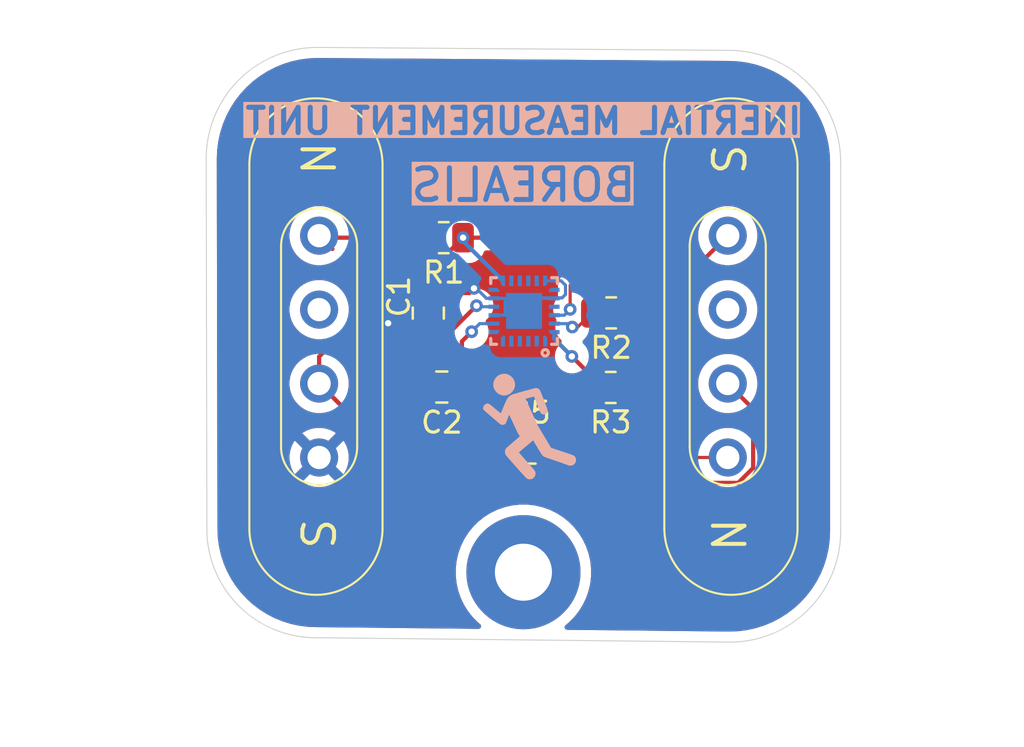
<source format=kicad_pcb>
(kicad_pcb (version 20241229) (generator "pcbnew") (generator_version "9.0")
  (layers (0 "F.Cu" signal) (2 "B.Cu" signal) (13 "F.Paste" user) (15 "B.Paste" user) (5 "F.SilkS" user "F.Silkscreen") (7 "B.SilkS" user "B.Silkscreen") (1 "F.Mask" user) (3 "B.Mask" user) (25 "Edge.Cuts" user))
  (net 0 "")
  (net 1 "+3.3V")
  (net 2 "/SDA")
  (net 3 "GND")
  (net 4 "/SCL")
  (net 5 "/ADC")
  (net 6 "+5V")
  (net 7 "/ID")
  (net 19 "Net-(MPU6500-REGOUT)")
  (footprint "Resistor_SMD:R_0805_2012Metric" (layer "F.Cu") (at 89.86 55.15 180)
    (property "Reference" "R1" (at 0 -1.65 0) (layer "F.SilkS"))
    (property "Value" "R")
    (fp_line (start -0.227064 0.735) (end 0.227064 0.735) (stroke (width 0.12)) (layer "F.SilkS"))
    (fp_line (start -0.227064 -0.735) (end 0.227064 -0.735) (stroke (width 0.12)) (layer "F.SilkS"))
    (pad "1" smd roundrect (at -0.9125 0 180) (size 1.025 1.4) (layers "F.Cu" "F.Mask" "F.Paste") (roundrect_rratio 0.243902) (net 1 "+3.3V"))
    (pad "2" smd roundrect (at 0.9125 0 180) (size 1.025 1.4) (layers "F.Cu" "F.Mask" "F.Paste") (roundrect_rratio 0.243902) (net 7 "/ID"))
  )
  (footprint "Resistor_SMD:R_0805_2012Metric" (layer "F.Cu") (at 97.76 62.24 180)
    (property "Reference" "R3" (at 0 -1.65 0) (layer "F.SilkS"))
    (property "Value" "4.7k")
    (fp_line (start -0.227064 0.735) (end 0.227064 0.735) (stroke (width 0.12)) (layer "F.SilkS"))
    (fp_line (start -0.227064 -0.735) (end 0.227064 -0.735) (stroke (width 0.12)) (layer "F.SilkS"))
    (pad "1" smd roundrect (at -0.9125 0 180) (size 1.025 1.4) (layers "F.Cu" "F.Mask" "F.Paste") (roundrect_rratio 0.243902) (net 1 "+3.3V"))
    (pad "2" smd roundrect (at 0.9125 0 180) (size 1.025 1.4) (layers "F.Cu" "F.Mask" "F.Paste") (roundrect_rratio 0.243902) (net 2 "/SDA"))
  )
  (footprint "Capacitor_SMD:C_0805_2012Metric" (layer "F.Cu") (at 93.94 65.11)
    (property "Reference" "C5" (at 0 -1.68 0) (layer "F.SilkS"))
    (property "Value" "0.1uf")
    (fp_line (start -0.261252 -0.735) (end 0.261252 -0.735) (stroke (width 0.12)) (layer "F.SilkS"))
    (fp_line (start -0.261252 0.735) (end 0.261252 0.735) (stroke (width 0.12)) (layer "F.SilkS"))
    (pad "1" smd roundrect (at -0.95 0) (size 1 1.45) (layers "F.Cu" "F.Mask" "F.Paste") (net 3 "GND"))
    (pad "2" smd roundrect (at 0.95 0) (size 1 1.45) (layers "F.Cu" "F.Mask" "F.Paste") (net 1 "+3.3V"))
  )
  (footprint "batteryholder:MAGNETIC POGO CONN." (layer "F.Cu") (at 103.29476 60.30476 -90)
    (property "Reference" "U1" (hide yes))
    (property "Value" "MAGNETIC POGO CONN." (hide yes))
    (fp_line (start -8.6 3) (end 8.6 3) (stroke (width 0.1)) (layer "F.SilkS"))
    (fp_line (start -4.75 1.8) (end 4.75 1.8) (stroke (width 0.1)) (layer "F.SilkS"))
    (fp_line (start -4.75 -1.8) (end 4.75 -1.8) (stroke (width 0.1)) (layer "F.SilkS"))
    (fp_line (start -8.6 -3.3) (end 8.6 -3.3) (stroke (width 0.1)) (layer "F.SilkS"))
    (fp_arc (start -8.6 3) (mid -11.75 -0.15) (end -8.6 -3.3) (stroke (width 0.1)) (layer "F.SilkS"))
    (fp_arc (start -4.75 1.8) (mid -6.55 0) (end -4.75 -1.8) (stroke (width 0.1)) (layer "F.SilkS"))
    (fp_arc (start 4.75 -1.8) (mid 6.55 0) (end 4.75 1.8) (stroke (width 0.1)) (layer "F.SilkS"))
    (fp_arc (start 8.6 -3.3) (mid 11.75 -0.15) (end 8.6 3) (stroke (width 0.1)) (layer "F.SilkS"))
    (fp_text user "S" (at -9.7 0.9 270) (layer "F.SilkS") (effects (font (size 1.5 1.5) (thickness 0.1875)) (justify left bottom)))
    (fp_text user "N" (at 8 0.9 270) (layer "F.SilkS") (effects (font (size 1.5 1.5) (thickness 0.1875)) (justify left bottom)))
    (pad "1" thru_hole circle (at -5.25 0 270) (size 1.8 1.8) (drill 1.1) (layers "*.Cu" "*.Mask") (net 1 "+3.3V"))
    (pad "2" thru_hole circle (at -1.75 0 270) (size 1.8 1.8) (drill 1.1) (layers "*.Cu" "*.Mask") (net 5 "/ADC"))
    (pad "3" thru_hole circle (at 1.75 0 270) (size 1.8 1.8) (drill 1.1) (layers "*.Cu" "*.Mask") (net 2 "/SDA"))
    (pad "4" thru_hole circle (at 5.25 0 270) (size 1.8 1.8) (drill 1.1) (layers "*.Cu" "*.Mask") (net 4 "/SCL"))
  )
  (footprint "Capacitor_SMD:C_0805_2012Metric" (layer "F.Cu") (at 89.13 58.72 90)
    (property "Reference" "C1" (at 0.78 -1.39 90) (layer "F.SilkS"))
    (property "Value" "0.1uF")
    (fp_line (start -0.261252 -0.735) (end 0.261252 -0.735) (stroke (width 0.12)) (layer "F.SilkS"))
    (fp_line (start -0.261252 0.735) (end 0.261252 0.735) (stroke (width 0.12)) (layer "F.SilkS"))
    (pad "1" smd roundrect (at -0.95 0 90) (size 1 1.45) (layers "F.Cu" "F.Mask" "F.Paste") (net 19 "Net-(MPU6500-REGOUT)"))
    (pad "2" smd roundrect (at 0.95 0 90) (size 1 1.45) (layers "F.Cu" "F.Mask" "F.Paste") (net 3 "GND"))
  )
  (footprint "MountingHole:MountingHole_2.7mm_M2.5_Pad" (layer "F.Cu") (at 93.62976 70.98476)
    (property "Reference" "H1" (hide yes))
    (property "Value" "MountingHole" (hide yes))
    (pad "1" thru_hole circle (at 0 0) (size 5.4 5.4) (drill 2.7) (layers "*.Cu" "*.Mask"))
  )
  (footprint "batteryholder:MAGNETIC POGO CONN." (layer "F.Cu") (at 83.96476 60.30476 90)
    (property "Reference" "U2" (hide yes))
    (property "Value" "MAGNETIC POGO CONN." (hide yes))
    (fp_line (start -8.6 -3.3) (end 8.6 -3.3) (stroke (width 0.1)) (layer "F.SilkS"))
    (fp_line (start -4.75 -1.8) (end 4.75 -1.8) (stroke (width 0.1)) (layer "F.SilkS"))
    (fp_line (start -4.75 1.8) (end 4.75 1.8) (stroke (width 0.1)) (layer "F.SilkS"))
    (fp_line (start -8.6 3) (end 8.6 3) (stroke (width 0.1)) (layer "F.SilkS"))
    (fp_arc (start 8.6 -3.3) (mid 11.75 -0.15) (end 8.6 3) (stroke (width 0.1)) (layer "F.SilkS"))
    (fp_arc (start 4.75 -1.8) (mid 6.55 0) (end 4.75 1.8) (stroke (width 0.1)) (layer "F.SilkS"))
    (fp_arc (start -4.75 1.8) (mid -6.55 0) (end -4.75 -1.8) (stroke (width 0.1)) (layer "F.SilkS"))
    (fp_arc (start -8.6 3) (mid -11.75 -0.15) (end -8.6 -3.3) (stroke (width 0.1)) (layer "F.SilkS"))
    (fp_text user "S" (at -9.7 0.9 90) (layer "F.SilkS") (effects (font (size 1.5 1.5) (thickness 0.1875)) (justify left bottom)))
    (fp_text user "N" (at 8 0.9 90) (layer "F.SilkS") (effects (font (size 1.5 1.5) (thickness 0.1875)) (justify left bottom)))
    (pad "1" thru_hole circle (at -5.25 0 90) (size 1.8 1.8) (drill 1.1) (layers "*.Cu" "*.Mask") (net 3 "GND"))
    (pad "2" thru_hole circle (at -1.75 0 90) (size 1.8 1.8) (drill 1.1) (layers "*.Cu" "*.Mask") (net 1 "+3.3V"))
    (pad "3" thru_hole circle (at 1.75 0 90) (size 1.8 1.8) (drill 1.1) (layers "*.Cu" "*.Mask") (net 6 "+5V"))
    (pad "4" thru_hole circle (at 5.25 0 90) (size 1.8 1.8) (drill 1.1) (layers "*.Cu" "*.Mask") (net 7 "/ID"))
  )
  (footprint "Capacitor_SMD:C_0805_2012Metric" (layer "F.Cu") (at 89.77 62.22 180)
    (property "Reference" "C2" (at 0 -1.68 0) (layer "F.SilkS"))
    (property "Value" "10nF")
    (fp_line (start -0.261252 0.735) (end 0.261252 0.735) (stroke (width 0.12)) (layer "F.SilkS"))
    (fp_line (start -0.261252 -0.735) (end 0.261252 -0.735) (stroke (width 0.12)) (layer "F.SilkS"))
    (pad "1" smd roundrect (at -0.95 0 180) (size 1 1.45) (layers "F.Cu" "F.Mask" "F.Paste") (net 1 "+3.3V"))
    (pad "2" smd roundrect (at 0.95 0 180) (size 1 1.45) (layers "F.Cu" "F.Mask" "F.Paste") (net 3 "GND"))
  )
  (footprint "Resistor_SMD:R_0805_2012Metric" (layer "F.Cu") (at 97.78 58.71 180)
    (property "Reference" "R2" (at 0 -1.65 0) (layer "F.SilkS"))
    (property "Value" "4.7k")
    (fp_line (start -0.227064 0.735) (end 0.227064 0.735) (stroke (width 0.12)) (layer "F.SilkS"))
    (fp_line (start -0.227064 -0.735) (end 0.227064 -0.735) (stroke (width 0.12)) (layer "F.SilkS"))
    (pad "1" smd roundrect (at -0.9125 0 180) (size 1.025 1.4) (layers "F.Cu" "F.Mask" "F.Paste") (roundrect_rratio 0.243902) (net 1 "+3.3V"))
    (pad "2" smd roundrect (at 0.9125 0 180) (size 1.025 1.4) (layers "F.Cu" "F.Mask" "F.Paste") (roundrect_rratio 0.243902) (net 4 "/SCL"))
  )
  (footprint "LOGO" (layer "B.Cu") (at 93.92 64.09 180)
    (property "Reference" "G***" (hide yes))
    (property "Value" "LOGO" (hide yes))
    (fp_poly (pts (xy 1.294252 2.491719) (xy 1.385657 2.465274) (xy 1.469603 2.423342) (xy 1.54432 2.367677) (xy 1.608043 2.30003) (xy 1.659004 2.222156) (xy 1.695435 2.135807) (xy 1.71557 2.042736) (xy 1.719095 1.983154) (xy 1.710001 1.889485) (xy 1.684009 1.8014) (xy 1.643055 1.720409) (xy 1.589074 1.648017) (xy 1.524004 1.585733) (xy 1.44978 1.535065) (xy 1.368337 1.49752) (xy 1.281612 1.474605) (xy 1.19154 1.467828) (xy 1.100058 1.478697) (xy 1.07821 1.484071) (xy 0.986431 1.518291) (xy 0.904214 1.567349) (xy 0.832965 1.629135) (xy 0.774092 1.701537) (xy 0.729001 1.782445) (xy 0.699099 1.869749) (xy 0.685793 1.961338) (xy 0.690488 2.0551) (xy 0.691871 2.063749) (xy 0.716853 2.156388) (xy 0.757976 2.241777) (xy 0.813137 2.318099) (xy 0.880234 2.383533) (xy 0.957165 2.436261) (xy 1.041827 2.474464) (xy 1.132117 2.496322) (xy 1.197154 2.500923)) (fill yes) (layer "B.SilkS"))
    (fp_poly (pts (xy -0.288278 1.824206) (xy -0.256861 1.816947) (xy -0.211153 1.805589) (xy -0.153407 1.79075) (xy -0.085876 1.773043) (xy -0.010814 1.753086) (xy 0.069526 1.731492) (xy 0.152891 1.708879) (xy 0.237028 1.68586) (xy 0.319683 1.663053) (xy 0.398603 1.641073) (xy 0.471536 1.620534) (xy 0.536226 1.602053) (xy 0.590423 1.586246) (xy 0.631871 1.573727) (xy 0.658319 1.565113) (xy 0.666487 1.561853) (xy 0.685491 1.55499) (xy 0.715494 1.54732) (xy 0.734871 1.543348) (xy 0.797151 1.525251) (xy 0.863157 1.495063) (xy 0.925449 1.456724) (xy 0.974053 1.416691) (xy 1.005797 1.382246) (xy 1.036872 1.34127) (xy 1.068266 1.291902) (xy 1.100965 1.232281) (xy 1.135957 1.160547) (xy 1.174227 1.074838) (xy 1.216765 0.973294) (xy 1.240974 0.913423) (xy 1.268692 0.844544) (xy 1.294337 0.781475) (xy 1.316951 0.726523) (xy 1.335575 0.681993) (xy 1.34925 0.650192) (xy 1.357018 0.633426) (xy 1.358174 0.631525) (xy 1.367151 0.635644) (xy 1.389293 0.651067) (xy 1.422877 0.676443) (xy 1.466183 0.710421) (xy 1.517486 0.751651) (xy 1.575066 0.798782) (xy 1.634611 0.848294) (xy 1.710851 0.911996) (xy 1.773965 0.964087) (xy 1.825717 1.005606) (xy 1.867872 1.037592) (xy 1.902193 1.061084) (xy 1.930445 1.077122) (xy 1.954393 1.086744) (xy 1.9758 1.090991) (xy 1.996431 1.0909) (xy 2.01805 1.087511) (xy 2.034456 1.083796) (xy 2.082792 1.063446) (xy 2.125358 1.02925) (xy 2.160012 0.985141) (xy 2.184608 0.93505) (xy 2.197004 0.882911) (xy 2.195055 0.832654) (xy 2.186253 0.805355) (xy 2.176998 0.794788) (xy 2.15448 0.773099) (xy 2.120385 0.741747) (xy 2.076403 0.702188) (xy 2.024221 0.655878) (xy 1.965528 0.604275) (xy 1.902012 0.548835) (xy 1.835362 0.491016) (xy 1.767264 0.432273) (xy 1.699407 0.374063) (xy 1.63348 0.317844) (xy 1.571171 0.265072) (xy 1.514168 0.217204) (xy 1.464158 0.175696) (xy 1.42283 0.142006) (xy 1.391873 0.11759) (xy 1.37468 0.10502) (xy 1.325133 0.082986) (xy 1.270579 0.077015) (xy 1.216176 0.086484) (xy 1.167085 0.110774) (xy 1.141466 0.133124) (xy 1.127366 0.154653) (xy 1.108225 0.193806) (xy 1.084535 0.249469) (xy 1.056788 0.320526) (xy 1.045149 0.351693) (xy 1.023725 0.409174) (xy 1.004253 0.460431) (xy 0.987843 0.502623) (xy 0.975604 0.532908) (xy 0.968647 0.548444) (xy 0.967818 0.549742) (xy 0.962301 0.542934) (xy 0.949647 0.520247) (xy 0.9308 0.48359) (xy 0.906703 0.434871) (xy 0.8783 0.376) (xy 0.846534 0.308887) (xy 0.81235 0.23544) (xy 0.810874 0.232242) (xy 0.755171 0.111694) (xy 0.706882 0.007639) (xy 0.665361 -0.081229) (xy 0.62996 -0.156215) (xy 0.600034 -0.218626) (xy 0.574936 -0.269767) (xy 0.554019 -0.310944) (xy 0.536638 -0.343463) (xy 0.522146 -0.368629) (xy 0.509896 -0.387747) (xy 0.499243 -0.402125) (xy 0.493489 -0.408862) (xy 0.474044 -0.432005) (xy 0.461598 -0.449926) (xy 0.459153 -0.456013) (xy 0.466356 -0.464118) (xy 0.486923 -0.483454) (xy 0.519291 -0.512644) (xy 0.561899 -0.550313) (xy 0.613185 -0.595082) (xy 0.671585 -0.645574) (xy 0.735539 -0.700415) (xy 0.764442 -0.725062) (xy 0.831517 -0.782293) (xy 0.894782 -0.836516) (xy 0.952494 -0.886221) (xy 1.00291 -0.929894) (xy 1.044286 -0.966023) (xy 1.074878 -0.993097) (xy 1.092943 -1.009602) (xy 1.096072 -1.012695) (xy 1.132864 -1.064867) (xy 1.156222 -1.127133) (xy 1.165408 -1.194732) (xy 1.159681 -1.262904) (xy 1.143218 -1.316173) (xy 1.135457 -1.330071) (xy 1.120918 -1.35092) (xy 1.09892 -1.379518) (xy 1.068783 -1.416667) (xy 1.029825 -1.463168) (xy 0.981366 -1.51982) (xy 0.922725 -1.587424) (xy 0.85322 -1.666781) (xy 0.772172 -1.758691) (xy 0.678899 -1.863955) (xy 0.641621 -1.905922) (xy 0.547412 -2.011791) (xy 0.465198 -2.103882) (xy 0.394109 -2.183123) (xy 0.333278 -2.250445) (xy 0.281838 -2.306776) (xy 0.238922 -2.353048) (xy 0.20366 -2.390189) (xy 0.175186 -2.419129) (xy 0.152632 -2.440798) (xy 0.13513 -2.456125) (xy 0.121813 -2.46604) (xy 0.115236 -2.469897) (xy 0.058625 -2.489661) (xy -0.005869 -2.497598) (xy -0.070148 -2.493128) (xy -0.101452 -2.485499) (xy -0.149742 -2.461629) (xy -0.196425 -2.423771) (xy -0.23635 -2.377151) (xy -0.264368 -2.326994) (xy -0.268392 -2.316097) (xy -0.280992 -2.253733) (xy -0.279921 -2.189188) (xy -0.265707 -2.129152) (xy -0.251237 -2.098331) (xy -0.240244 -2.083318) (xy -0.217485 -2.055221) (xy -0.184226 -2.015512) (xy -0.141734 -1.965663) (xy -0.091277 -1.907145) (xy -0.034121 -1.841431) (xy 0.028467 -1.769992) (xy 0.095219 -1.6943) (xy 0.141298 -1.642328) (xy 0.208912 -1.565956) (xy 0.272235 -1.493905) (xy 0.330136 -1.427496) (xy 0.381487 -1.368049) (xy 0.42516 -1.316883) (xy 0.460026 -1.275318) (xy 0.484956 -1.244676) (xy 0.498822 -1.226275) (xy 0.501282 -1.221303) (xy 0.469158 -1.193475) (xy 0.427516 -1.157744) (xy 0.378138 -1.11561) (xy 0.322805 -1.068572) (xy 0.263298 -1.018133) (xy 0.2014 -0.965792) (xy 0.13889 -0.913049) (xy 0.077551 -0.861405) (xy 0.019164 -0.812359) (xy -0.03449 -0.767413) (xy -0.081628 -0.728067) (xy -0.120471 -0.695821) (xy -0.149236 -0.672175) (xy -0.166142 -0.65863) (xy -0.169967 -0.655962) (xy -0.17539 -0.664851) (xy -0.189689 -0.688681) (xy -0.211756 -0.725597) (xy -0.240484 -0.773743) (xy -0.274766 -0.831265) (xy -0.313496 -0.896306) (xy -0.355566 -0.967012) (xy -0.361461 -0.976923) (xy -0.405167 -1.050071) (xy -0.446912 -1.119293) (xy -0.48538 -1.182452) (xy -0.519253 -1.23741) (xy -0.547214 -1.282033) (xy -0.567945 -1.314183) (xy -0.580131 -1.331723) (xy -0.580431 -1.332102) (xy -0.595487 -1.351195) (xy -0.60856 -1.367536) (xy -0.621192 -1.381819) (xy -0.634925 -1.39474) (xy -0.651301 -1.406993) (xy -0.671862 -1.419273) (xy -0.698151 -1.432275) (xy -0.73171 -1.446693) (xy -0.774081 -1.463224) (xy -0.826806 -1.482561) (xy -0.891428 -1.505399) (xy -0.969488 -1.532434) (xy -1.062529 -1.564359) (xy -1.172092 -1.601871) (xy -1.201616 -1.611987) (xy -1.301847 -1.646484) (xy -1.397909 -1.679816) (xy -1.487966 -1.711327) (xy -1.570177 -1.740362) (xy -1.642704 -1.766265) (xy -1.703709 -1.78838) (xy -1.751353 -1.806052) (xy -1.783798 -1.818624) (xy -1.797539 -1.824551) (xy -1.850924 -1.843318) (xy -1.911209 -1.852092) (xy -1.97167 -1.85073) (xy -2.025585 -1.839089) (xy -2.047093 -1.829846) (xy -2.092566 -1.798011) (xy -2.135425 -1.754392) (xy -2.169532 -1.705868) (xy -2.183217 -1.677324) (xy -2.195782 -1.622669) (xy -2.196531 -1.561692) (xy -2.186062 -1.5022) (xy -2.166113 -1.453904) (xy -2.155912 -1.436769) (xy -2.146038 -1.42177) (xy -2.135004 -1.408249) (xy -2.121325 -1.395553) (xy -2.103514 -1.383023) (xy -2.080086 -1.370006) (xy -2.049553 -1.355844) (xy -2.01043 -1.339882) (xy -1.961232 -1.321464) (xy -1.90047 -1.299935) (xy -1.826661 -1.274637) (xy -1.738317 -1.244917) (xy -1.633952 -1.210117) (xy -1.551787 -1.182788) (xy -1.017843 -1.005217) (xy -0.695443 -0.464311) (xy -0.639335 -0.370012) (xy -0.586108 -0.280237) (xy -0.536625 -0.196463) (xy -0.49175 -0.120166) (xy -0.452345 -0.052824) (xy -0.419274 0.004089) (xy -0.3934 0.049095) (xy -0.375586 0.080719) (xy -0.366694 0.097483) (xy -0.365908 0.099355) (xy -0.360344 0.112976) (xy -0.347399 0.142464) (xy -0.327924 0.185967) (xy -0.302773 0.241634) (xy -0.272797 0.307613) (xy -0.238849 0.382053) (xy -0.201781 0.463101) (xy -0.162445 0.548906) (xy -0.121694 0.637617) (xy -0.08038 0.727381) (xy -0.039356 0.816347) (xy 0.000527 0.902664) (xy 0.038417 0.984478) (xy 0.073459 1.05994) (xy 0.104804 1.127197) (xy 0.131597 1.184398) (xy 0.152987 1.22969) (xy 0.168122 1.261222) (xy 0.17615 1.277143) (xy 0.176456 1.27768) (xy 0.187523 1.300596) (xy 0.186462 1.311994) (xy 0.183052 1.313976) (xy 0.170201 1.317772) (xy 0.141645 1.325836) (xy 0.100528 1.337294) (xy 0.049993 1.351268) (xy -0.006814 1.366883) (xy -0.00977 1.367693) (xy -0.066723 1.383338) (xy -0.11748 1.397354) (xy -0.15892 1.408873) (xy -0.187921 1.417027) (xy -0.201361 1.420949) (xy -0.201581 1.421022) (xy -0.207771 1.413059) (xy -0.220244 1.388028) (xy -0.238471 1.347172) (xy -0.261928 1.291737) (xy -0.290085 1.222967) (xy -0.322417 1.142107) (xy -0.357475 1.052772) (xy -0.389519 0.970971) (xy -0.420093 0.893924) (xy -0.448327 0.823754) (xy -0.473349 0.762582) (xy -0.494287 0.71253) (xy -0.510273 0.675722) (xy -0.520433 0.654278) (xy -0.522472 0.650765) (xy -0.561652 0.608644) (xy -0.609817 0.581728) (xy -0.663101 0.570505) (xy -0.717638 0.575462) (xy -0.769564 0.597086) (xy -0.795687 0.616328) (xy -0.828918 0.6564) (xy -0.850689 0.70514) (xy -0.858209 0.755513) (xy -0.857104 0.771172) (xy -0.852752 0.786688) (xy -0.842078 0.818186) (xy -0.825923 0.863469) (xy -0.805127 0.92034) (xy -0.78053 0.986602) (xy -0.752973 1.060058) (xy -0.723296 1.138511) (xy -0.692338 1.219765) (xy -0.660942 1.301622) (xy -0.629946 1.381886) (xy -0.600191 1.45836) (xy -0.572518 1.528847) (xy -0.547766 1.59115) (xy -0.526777 1.643072) (xy -0.51039 1.682417) (xy -0.499445 1.706987) (xy -0.498146 1.709616) (xy -0.481852 1.736701) (xy -0.464723 1.758207) (xy -0.462604 1.760237) (xy -0.435108 1.779286) (xy -0.39727 1.798445) (xy -0.356446 1.814645) (xy -0.319993 1.824817) (xy -0.30315 1.826751)) (fill yes) (layer "B.SilkS"))
  )
  (footprint "batteryholder:mpu6500" (layer "B.Cu") (at 93.66 58.62 180)
    (property "Reference" "MPU6500" (hide yes))
    (property "Value" "~")
    (fp_line (start 1.5762 1.5762) (end 1.3025 1.5762) (stroke (width 0.1524)) (layer "B.SilkS"))
    (fp_line (start 1.5762 1.3025) (end 1.5762 1.5762) (stroke (width 0.1524)) (layer "B.SilkS"))
    (fp_line (start 1.5762 -1.3025) (end 1.5762 -1.5762) (stroke (width 0.1524)) (layer "B.SilkS"))
    (fp_line (start 1.5762 -1.5762) (end 1.3025 -1.5762) (stroke (width 0.1524)) (layer "B.SilkS"))
    (fp_line (start -1.5762 1.5762) (end -1.3025 1.5762) (stroke (width 0.1524)) (layer "B.SilkS"))
    (fp_line (start -1.5762 1.3025) (end -1.5762 1.5762) (stroke (width 0.1524)) (layer "B.SilkS"))
    (fp_line (start -1.5762 -1.3025) (end -1.5762 -1.5762) (stroke (width 0.1524)) (layer "B.SilkS"))
    (fp_line (start -1.5762 -1.5762) (end -1.3025 -1.5762) (stroke (width 0.1524)) (layer "B.SilkS"))
    (fp_circle (center -1 -1.9799) (end -0.9251 -1.9799) (stroke (width 0.15)) (fill no) (layer "B.SilkS"))
    (pad "1" smd custom (at -0.9997 -1.4275 180) (size 0.000001 0.000001) (layers "B.Cu" "B.Mask" "B.Paste") (options (clearance outline) (anchor circle)) (primitives (gr_poly (pts (xy -0.1001 -0.2526) (xy 0.0998 -0.2526) (xy 0.0998 0.2524) (xy -0.0001 0.253) (xy -0.1001 0.1529)) (width 0) (fill yes))))
    (pad "2" smd rect (at -0.5999 -1.4275 180) (size 0.2 0.505) (layers "B.Cu" "B.Mask" "B.Paste"))
    (pad "3" smd rect (at -0.1999 -1.4275 180) (size 0.2 0.505) (layers "B.Cu" "B.Mask" "B.Paste"))
    (pad "4" smd rect (at 0.1999 -1.4275 180) (size 0.2 0.505) (layers "B.Cu" "B.Mask" "B.Paste"))
    (pad "5" smd rect (at 0.5999 -1.4275 180) (size 0.2 0.505) (layers "B.Cu" "B.Mask" "B.Paste"))
    (pad "6" smd custom (at 1 -1.4275 180) (size 0.000001 0.000001) (layers "B.Cu" "B.Mask" "B.Paste") (options (clearance outline) (anchor circle)) (primitives (gr_poly (pts (xy 0.1 -0.2525) (xy -0.1 -0.2525) (xy -0.1 0.2525) (xy 0 0.253) (xy 0.1 0.153)) (width 0) (fill yes))))
    (pad "7" smd custom (at 1.4275 -1 180) (size 0.000001 0.000001) (layers "B.Cu" "B.Mask" "B.Paste") (options (clearance outline) (anchor circle)) (primitives (gr_poly (pts (xy 0.2525 -0.1001) (xy -0.153 -0.1001) (xy -0.253 -0.0001) (xy -0.2525 0.0999) (xy 0.2525 0.0999)) (width 0) (fill yes))))
    (pad "8" smd rect (at 1.4275 -0.5999 180) (size 0.505 0.2) (layers "B.Cu" "B.Mask" "B.Paste") (net 1 "+3.3V"))
    (pad "9" smd rect (at 1.4275 -0.1999 180) (size 0.505 0.2) (layers "B.Cu" "B.Mask" "B.Paste") (net 3 "GND"))
    (pad "10" smd rect (at 1.4275 0.1999 180) (size 0.505 0.2) (layers "B.Cu" "B.Mask" "B.Paste") (net 19 "Net-(MPU6500-REGOUT)"))
    (pad "11" smd rect (at 1.4275 0.5999 180) (size 0.505 0.2) (layers "B.Cu" "B.Mask" "B.Paste") (net 3 "GND"))
    (pad "12" smd custom (at 1.4275 1 180) (size 0.000001 0.000001) (layers "B.Cu" "B.Mask" "B.Paste") (options (clearance outline) (anchor circle)) (primitives (gr_poly (pts (xy 0.2525 0.0999) (xy -0.1531 0.0999) (xy -0.2531 -0.0001) (xy -0.2525 -0.1001) (xy 0.2525 -0.1001)) (width 0) (fill yes))))
    (pad "13" smd custom (at 1 1.4275 180) (size 0.000001 0.000001) (layers "B.Cu" "B.Mask" "B.Paste") (net 1 "+3.3V") (options (clearance outline) (anchor circle)) (primitives (gr_poly (pts (xy 0.1 0.2524) (xy -0.1 0.2524) (xy -0.1 -0.2526) (xy 0 -0.2531) (xy 0.1 -0.1531)) (width 0) (fill yes))))
    (pad "14" smd rect (at 0.5999 1.4275 180) (size 0.2 0.505) (layers "B.Cu" "B.Mask" "B.Paste"))
    (pad "15" smd rect (at 0.1999 1.4275 180) (size 0.2 0.505) (layers "B.Cu" "B.Mask" "B.Paste"))
    (pad "16" smd rect (at -0.1999 1.4275 180) (size 0.2 0.505) (layers "B.Cu" "B.Mask" "B.Paste"))
    (pad "17" smd rect (at -0.5999 1.4275 180) (size 0.2 0.505) (layers "B.Cu" "B.Mask" "B.Paste"))
    (pad "18" smd custom (at -1 1.4275 180) (size 0.000001 0.000001) (layers "B.Cu" "B.Mask" "B.Paste") (net 3 "GND") (options (clearance outline) (anchor circle)) (primitives (gr_poly (pts (xy -0.1 0.2525) (xy 0.1 0.2525) (xy 0.1 -0.2525) (xy 0 -0.253) (xy -0.1 -0.153)) (width 0) (fill yes))))
    (pad "19" smd custom (at -1.4275 1 180) (size 0.000001 0.000001) (layers "B.Cu" "B.Mask" "B.Paste") (options (clearance outline) (anchor circle)) (primitives (gr_poly (pts (xy -0.2525 0.1) (xy 0.153 0.1) (xy 0.253 0) (xy 0.2525 -0.1) (xy -0.2525 -0.1)) (width 0) (fill yes))))
    (pad "20" smd rect (at -1.4275 0.5999 180) (size 0.505 0.2) (layers "B.Cu" "B.Mask" "B.Paste") (net 3 "GND"))
    (pad "21" smd rect (at -1.4275 0.1999 180) (size 0.505 0.2) (layers "B.Cu" "B.Mask" "B.Paste"))
    (pad "22" smd rect (at -1.4275 -0.1999 180) (size 0.505 0.2) (layers "B.Cu" "B.Mask" "B.Paste") (net 1 "+3.3V"))
    (pad "23" smd rect (at -1.4275 -0.5999 180) (size 0.505 0.2) (layers "B.Cu" "B.Mask" "B.Paste") (net 4 "/SCL"))
    (pad "24" smd custom (at -1.4275 -1 180) (size 0.000001 0.000001) (layers "B.Cu" "B.Mask" "B.Paste") (net 2 "/SDA") (options (clearance outline) (anchor circle)) (primitives (gr_poly (pts (xy -0.2525 -0.1) (xy 0.153 -0.1) (xy 0.253 -0.0001) (xy 0.2525 0.0999) (xy -0.2525 0.0999)) (width 0) (fill yes))))
    (pad "25" smd rect (at 0 0 180) (size 1.7 1.7) (layers "B.Cu" "B.Mask" "B.Paste") (net 3 "GND"))
  )
  (gr_arc (start 108.63476 69.05476) (mid 107.1 72.76) (end 103.39476 74.29476) (stroke (width 0.05)) (layer "Edge.Cuts"))
  (gr_arc (start 83.814158 74.085101) (mid 80.187532 72.601061) (end 78.65476 68.99476) (stroke (width 0.05)) (layer "Edge.Cuts"))
  (gr_line (start 108.63476 69.05476) (end 108.63476 51.57476) (stroke (width 0.05)) (layer "Edge.Cuts"))
  (gr_line (start 83.814158 74.085101) (end 103.39476 74.29476) (stroke (width 0.05)) (layer "Edge.Cuts"))
  (gr_line (start 78.62476 51.40476) (end 78.654761 68.99476) (stroke (width 0.05)) (layer "Edge.Cuts"))
  (gr_arc (start 78.62476 51.40476) (mid 80.165378 47.685378) (end 83.88476 46.14476) (stroke (width 0.05)) (layer "Edge.Cuts"))
  (gr_line (start 103.34476 46.28476) (end 83.88476 46.14476) (stroke (width 0.05)) (layer "Edge.Cuts"))
  (gr_arc (start 103.34476 46.28476) (mid 107.085355 47.834165) (end 108.63476 51.57476) (stroke (width 0.05)) (layer "Edge.Cuts"))
  (gr_text "INERTIAL MEASUREMENT UNIT" (at 93.62976 49.63476 0) (layer "B.SilkS" knockout) (effects (font (size 1.2 1.2) (thickness 0.24) (bold yes)) (justify mirror)))
  (gr_text "BOREALIS" (at 93.62976 51.78476 0) (layer "B.SilkS" knockout) (effects (font (size 1.5 1.5) (thickness 0.24) (bold yes)) (justify top mirror)))
  (segment (start 83.96476 62.05476) (end 83.96476 60.781968) (width 0.2) (layer "F.Cu") (net 1))
  (segment (start 89.7715 56.151) (end 90.7725 55.15) (width 0.2) (layer "F.Cu") (net 1))
  (segment (start 83.96476 62.05476) (end 88.05 66.14) (width 0.2) (layer "F.Cu") (net 1))
  (segment (start 90.72 62.22) (end 89.694 63.246) (width 0.2) (layer "F.Cu") (net 1))
  (segment (start 95.839534 57.410466) (end 96.61625 56.63375) (width 0.15) (layer "F.Cu") (net 1))
  (segment (start 88.595728 56.151) (end 89.7715 56.151) (width 0.2) (layer "F.Cu") (net 1))
  (segment (start 88.05 66.14) (end 93.86 66.14) (width 0.2) (layer "F.Cu") (net 1))
  (segment (start 83.96476 60.781968) (end 88.595728 56.151) (width 0.2) (layer "F.Cu") (net 1))
  (segment (start 90.7725 55.15) (end 95.1325 55.15) (width 0.2) (layer "F.Cu") (net 1))
  (segment (start 90.72 62.22) (end 90.72 60.06) (width 0.2) (layer "F.Cu") (net 1))
  (segment (start 93.86 66.14) (end 94.89 65.11) (width 0.2) (layer "F.Cu") (net 1))
  (segment (start 98.6925 62.22) (end 98.6725 62.24) (width 0.2) (layer "F.Cu") (net 1))
  (segment (start 89.694 63.246) (end 85.156 63.246) (width 0.2) (layer "F.Cu") (net 1))
  (segment (start 99.63952 58.71) (end 103.29476 55.05476) (width 0.2) (layer "F.Cu") (net 1))
  (segment (start 96.61625 56.63375) (end 98.6925 58.71) (width 0.2) (layer "F.Cu") (net 1))
  (segment (start 95.1325 55.15) (end 96.61625 56.63375) (width 0.2) (layer "F.Cu") (net 1))
  (segment (start 98.6925 58.71) (end 99.63952 58.71) (width 0.2) (layer "F.Cu") (net 1))
  (segment (start 98.6925 58.71) (end 98.6925 62.22) (width 0.2) (layer "F.Cu") (net 1))
  (segment (start 95.839534 58.54171) (end 95.839534 57.410466) (width 0.15) (layer "F.Cu") (net 1))
  (segment (start 90.72 60.06) (end 91.18 59.6) (width 0.2) (layer "F.Cu") (net 1))
  (segment (start 85.156 63.246) (end 83.96476 62.05476) (width 0.2) (layer "F.Cu") (net 1))
  (via blind (at 91.18 59.6) (size 0.6) (drill 0.3) (layers "F.Cu" "B.Cu") (net 1))
  (via blind (at 90.7725 55.15) (size 0.6) (drill 0.3) (layers "F.Cu" "B.Cu") (net 1))
  (via blind (at 95.839534 58.54171) (size 0.6) (drill 0.3) (layers "F.Cu" "B.Cu") (net 1))
  (segment (start 90.7725 55.305) (end 90.7725 55.15) (width 0.2) (layer "B.Cu") (net 1))
  (segment (start 91.5601 59.2199) (end 91.18 59.6) (width 0.15) (layer "B.Cu") (net 1))
  (segment (start 95.0875 58.8199) (end 95.561344 58.8199) (width 0.15) (layer "B.Cu") (net 1))
  (segment (start 92.66 57.1925) (end 90.7725 55.305) (width 0.2) (layer "B.Cu") (net 1))
  (segment (start 92.2325 59.2199) (end 91.5601 59.2199) (width 0.15) (layer "B.Cu") (net 1))
  (segment (start 95.561344 58.8199) (end 95.839534 58.54171) (width 0.15) (layer "B.Cu") (net 1))
  (segment (start 104.49576 66.052231) (end 104.49576 63.25576) (width 0.2) (layer "F.Cu") (net 2))
  (segment (start 96.8475 62.24) (end 96.8475 61.6975) (width 0.2) (layer "F.Cu") (net 2))
  (segment (start 103.792231 66.75576) (end 104.49576 66.052231) (width 0.2) (layer "F.Cu") (net 2))
  (segment (start 96.8475 61.6975) (end 95.92 60.77) (width 0.2) (layer "F.Cu") (net 2))
  (segment (start 96.8475 62.24) (end 96.8475 62.94) (width 0.2) (layer "F.Cu") (net 2))
  (segment (start 96.8475 62.94) (end 100.66326 66.75576) (width 0.2) (layer "F.Cu") (net 2))
  (segment (start 104.49576 63.25576) (end 103.29476 62.05476) (width 0.2) (layer "F.Cu") (net 2))
  (segment (start 100.66326 66.75576) (end 103.792231 66.75576) (width 0.2) (layer "F.Cu") (net 2))
  (via blind (at 95.92 60.77) (size 0.6) (drill 0.3) (layers "F.Cu" "B.Cu") (net 2))
  (segment (start 95.0875 59.9375) (end 95.92 60.77) (width 0.2) (layer "B.Cu") (net 2))
  (segment (start 95.0875 59.62) (end 95.0875 59.9375) (width 0.2) (layer "B.Cu") (net 2))
  (segment (start 89.13 57.77) (end 91.07 57.77) (width 0.2) (layer "F.Cu") (net 3))
  (segment (start 87.7 59.2) (end 87.23 59.2) (width 0.2) (layer "F.Cu") (net 3))
  (segment (start 89.13 57.77) (end 87.7 59.2) (width 0.2) (layer "F.Cu") (net 3))
  (segment (start 91.07 57.77) (end 91.29 57.55) (width 0.2) (layer "F.Cu") (net 3))
  (via blind (at 91.29 57.55) (size 0.6) (drill 0.3) (layers "F.Cu" "B.Cu") (net 3))
  (via blind (at 87.23 59.2) (size 0.6) (drill 0.3) (layers "F.Cu" "B.Cu") (net 3))
  (segment (start 91.874688 58.0201) (end 91.404588 57.55) (width 0.15) (layer "B.Cu") (net 3))
  (segment (start 92.2325 58.0201) (end 92.737 58.0201) (width 0.15) (layer "B.Cu") (net 3))
  (segment (start 92.761 58.7961) (end 92.7372 58.8199) (width 0.15) (layer "B.Cu") (net 3))
  (segment (start 91.404588 57.55) (end 91.29 57.55) (width 0.15) (layer "B.Cu") (net 3))
  (segment (start 95.621 57.403604) (end 95.409896 57.1925) (width 0.15) (layer "B.Cu") (net 3))
  (segment (start 95.409896 57.1925) (end 94.66 57.1925) (width 0.15) (layer "B.Cu") (net 3))
  (segment (start 95.456396 58.001) (end 95.621 57.836396) (width 0.15) (layer "B.Cu") (net 3))
  (segment (start 93.66 58.62) (end 94.279 58.001) (width 0.15) (layer "B.Cu") (net 3))
  (segment (start 95.621 57.836396) (end 95.621 57.403604) (width 0.15) (layer "B.Cu") (net 3))
  (segment (start 93.66 58.62) (end 93.4601 58.8199) (width 0.15) (layer "B.Cu") (net 3))
  (segment (start 92.7372 58.8199) (end 92.2325 58.8199) (width 0.15) (layer "B.Cu") (net 3))
  (segment (start 92.761 58.0441) (end 92.761 58.7961) (width 0.15) (layer "B.Cu") (net 3))
  (segment (start 93.4601 58.8199) (end 92.2325 58.8199) (width 0.15) (layer "B.Cu") (net 3))
  (segment (start 92.2325 58.0201) (end 91.874688 58.0201) (width 0.15) (layer "B.Cu") (net 3))
  (segment (start 94.2599 58.0201) (end 93.66 58.62) (width 0.15) (layer "B.Cu") (net 3))
  (segment (start 95.0875 58.0201) (end 94.2599 58.0201) (width 0.15) (layer "B.Cu") (net 3))
  (segment (start 92.737 58.0201) (end 92.761 58.0441) (width 0.15) (layer "B.Cu") (net 3))
  (segment (start 94.279 58.001) (end 95.456396 58.001) (width 0.15) (layer "B.Cu") (net 3))
  (segment (start 95.94 59.38) (end 96.1975 59.38) (width 0.15) (layer "F.Cu") (net 4))
  (segment (start 100.523956 65.55476) (end 103.29476 65.55476) (width 0.15) (layer "F.Cu") (net 4))
  (segment (start 97.884 62.914804) (end 100.523956 65.55476) (width 0.15) (layer "F.Cu") (net 4))
  (segment (start 96.1975 59.38) (end 96.8675 58.71) (width 0.15) (layer "F.Cu") (net 4))
  (segment (start 96.8675 58.71) (end 97.884 59.7265) (width 0.15) (layer "F.Cu") (net 4))
  (segment (start 97.884 59.7265) (end 97.884 62.914804) (width 0.15) (layer "F.Cu") (net 4))
  (via blind (at 95.94 59.38) (size 0.6) (drill 0.3) (layers "F.Cu" "B.Cu") (net 4))
  (segment (start 95.7799 59.2199) (end 95.94 59.38) (width 0.15) (layer "B.Cu") (net 4))
  (segment (start 95.0875 59.2199) (end 95.7799 59.2199) (width 0.15) (layer "B.Cu") (net 4))
  (segment (start 88.9475 55.15) (end 84.06 55.15) (width 0.2) (layer "F.Cu") (net 7))
  (segment (start 84.59476 55.68476) (end 83.96476 55.05476) (width 0.2) (layer "F.Cu") (net 7))
  (segment (start 84.06 55.15) (end 83.96476 55.05476) (width 0.2) (layer "F.Cu") (net 7))
  (segment (start 89.13 59.67) (end 90.11 59.67) (width 0.2) (layer "F.Cu") (net 19))
  (segment (start 90.11 59.67) (end 91.41 58.37) (width 0.2) (layer "F.Cu") (net 19))
  (via blind (at 91.41 58.37) (size 0.6) (drill 0.3) (layers "F.Cu" "B.Cu") (net 19))
  (segment (start 91.4601 58.4201) (end 91.41 58.37) (width 0.15) (layer "B.Cu") (net 19))
  (segment (start 92.2325 58.4201) (end 91.4601 58.4201) (width 0.15) (layer "B.Cu") (net 19))
  (zone (net 3) (net_name "GND") (layers "F.Cu" "B.Cu") (connect_pads (clearance 0.5)) (min_thickness 0.25) (fill yes (thermal_gap 0.5) (thermal_bridge_width 0.5))
    (polygon (pts (xy 68.87 43.9) (xy 117.32 45.75) (xy 115.93 79.26) (xy 77.03 78.98)))
  )
)
</source>
